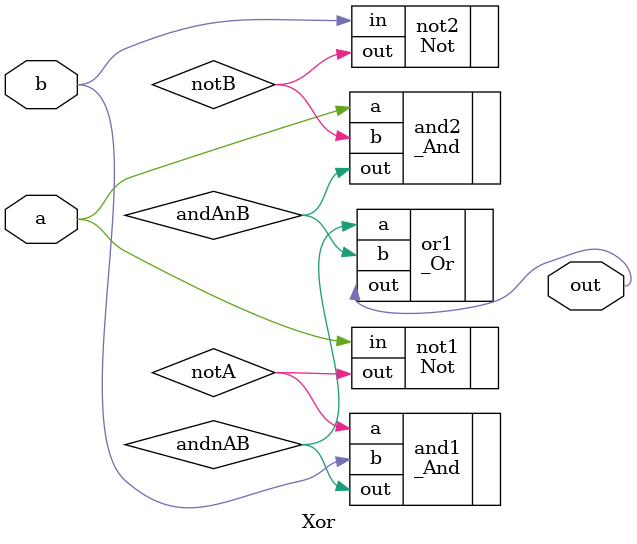
<source format=sv>
/**
 * # Xor
 *
 * ## author
 * dgkzoo
 */
`default_nettype none
module Xor(
	input wire a,
	input wire b,
	output wire out);

	wire notA, notB, andnAB, andAnB, andOut;

	Not not1(.in(a), .out(notA));
	Not not2(.in(b), .out(notB));
	_And and1(.a(notA), .b(b), .out(andnAB));
	_And and2(.a(a), .b(notB), .out(andAnB));
	_Or or1(.a(andnAB), .b(andAnB), .out(out));
endmodule

</source>
